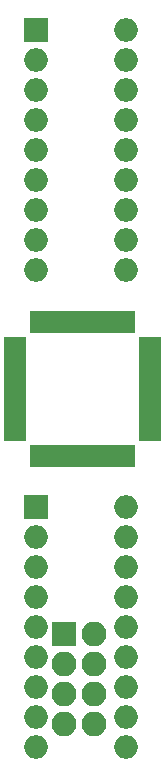
<source format=gts>
G04 #@! TF.FileFunction,Soldermask,Top*
%FSLAX46Y46*%
G04 Gerber Fmt 4.6, Leading zero omitted, Abs format (unit mm)*
G04 Created by KiCad (PCBNEW 4.0.7-e2-6376~58~ubuntu16.04.1) date Tue Jul  9 21:41:40 2024*
%MOMM*%
%LPD*%
G01*
G04 APERTURE LIST*
%ADD10C,0.100000*%
%ADD11R,2.100000X2.100000*%
%ADD12O,2.100000X2.100000*%
%ADD13R,2.000000X2.000000*%
%ADD14O,2.000000X2.000000*%
%ADD15R,0.950000X1.900000*%
%ADD16R,1.900000X0.950000*%
G04 APERTURE END LIST*
D10*
D11*
X154760000Y-115770000D03*
D12*
X157300000Y-115770000D03*
X154760000Y-118310000D03*
X157300000Y-118310000D03*
X154760000Y-120850000D03*
X157300000Y-120850000D03*
X154760000Y-123390000D03*
X157300000Y-123390000D03*
D13*
X152380000Y-64680000D03*
D14*
X160000000Y-85000000D03*
X152380000Y-67220000D03*
X160000000Y-82460000D03*
X152380000Y-69760000D03*
X160000000Y-79920000D03*
X152380000Y-72300000D03*
X160000000Y-77380000D03*
X152380000Y-74840000D03*
X160000000Y-74840000D03*
X152380000Y-77380000D03*
X160000000Y-72300000D03*
X152380000Y-79920000D03*
X160000000Y-69760000D03*
X152380000Y-82460000D03*
X160000000Y-67220000D03*
X152380000Y-85000000D03*
X160000000Y-64680000D03*
D13*
X152400000Y-105020000D03*
D14*
X160020000Y-125340000D03*
X152400000Y-107560000D03*
X160020000Y-122800000D03*
X152400000Y-110100000D03*
X160020000Y-120260000D03*
X152400000Y-112640000D03*
X160020000Y-117720000D03*
X152400000Y-115180000D03*
X160020000Y-115180000D03*
X152400000Y-117720000D03*
X160020000Y-112640000D03*
X152400000Y-120260000D03*
X160020000Y-110100000D03*
X152400000Y-122800000D03*
X160020000Y-107560000D03*
X152400000Y-125340000D03*
X160020000Y-105020000D03*
D15*
X160300000Y-89350000D03*
X159500000Y-89350000D03*
X158700000Y-89350000D03*
X157900000Y-89350000D03*
X157100000Y-89350000D03*
X156300000Y-89350000D03*
X155500000Y-89350000D03*
X154700000Y-89350000D03*
X153900000Y-89350000D03*
X153100000Y-89350000D03*
X152300000Y-89350000D03*
D16*
X150600000Y-91050000D03*
X150600000Y-91850000D03*
X150600000Y-92650000D03*
X150600000Y-93450000D03*
X150600000Y-94250000D03*
X150600000Y-95050000D03*
X150600000Y-95850000D03*
X150600000Y-96650000D03*
X150600000Y-97450000D03*
X150600000Y-98250000D03*
X150600000Y-99050000D03*
D15*
X152300000Y-100750000D03*
X153100000Y-100750000D03*
X153900000Y-100750000D03*
X154700000Y-100750000D03*
X155500000Y-100750000D03*
X156300000Y-100750000D03*
X157100000Y-100750000D03*
X157900000Y-100750000D03*
X158700000Y-100750000D03*
X159500000Y-100750000D03*
X160300000Y-100750000D03*
D16*
X162000000Y-99050000D03*
X162000000Y-98250000D03*
X162000000Y-97450000D03*
X162000000Y-96650000D03*
X162000000Y-95850000D03*
X162000000Y-95050000D03*
X162000000Y-94250000D03*
X162000000Y-93450000D03*
X162000000Y-92650000D03*
X162000000Y-91850000D03*
X162000000Y-91050000D03*
M02*

</source>
